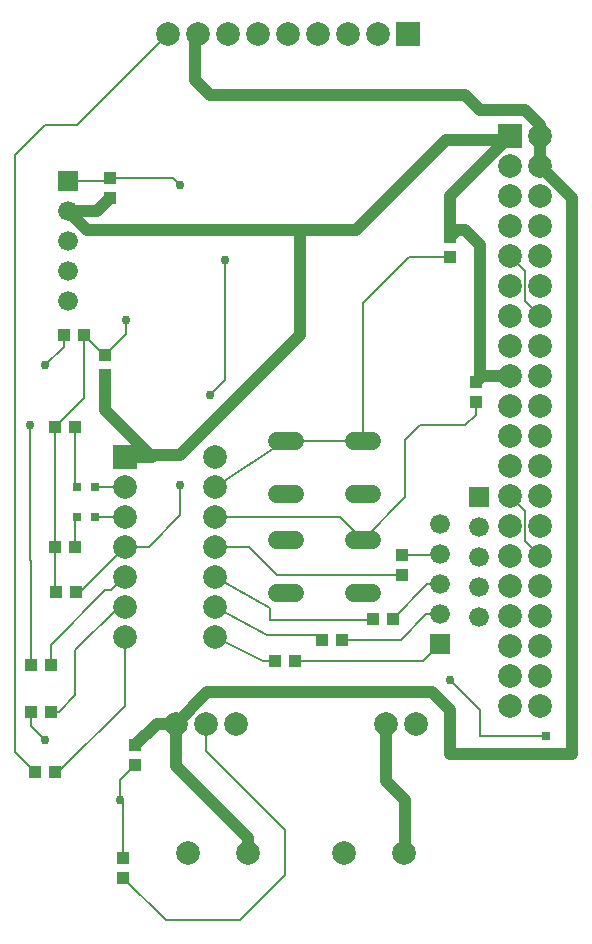
<source format=gbr>
G04 EAGLE Gerber RS-274X export*
G75*
%MOMM*%
%FSLAX34Y34*%
%LPD*%
%INTop Copper*%
%IPPOS*%
%AMOC8*
5,1,8,0,0,1.08239X$1,22.5*%
G01*
%ADD10R,1.100000X1.000000*%
%ADD11C,2.000000*%
%ADD12R,0.800000X0.800000*%
%ADD13R,1.000000X1.100000*%
%ADD14C,1.524000*%
%ADD15R,1.676400X1.676400*%
%ADD16C,1.676400*%
%ADD17R,2.000000X2.000000*%
%ADD18C,0.200000*%
%ADD19C,0.756400*%
%ADD20C,1.000000*%
%ADD21C,0.152400*%


D10*
X104140Y65650D03*
X104140Y48650D03*
D11*
X290619Y70100D03*
X341419Y70100D03*
X158521Y70100D03*
X209321Y70100D03*
X351790Y179070D03*
X326390Y179070D03*
X199390Y179070D03*
X173990Y179070D03*
X148590Y179070D03*
D12*
X462280Y168790D03*
X462280Y153790D03*
D13*
X70730Y508000D03*
X53730Y508000D03*
X88900Y491100D03*
X88900Y474100D03*
D10*
X47380Y290830D03*
X64380Y290830D03*
D12*
X64890Y354330D03*
X79890Y354330D03*
D14*
X299212Y289814D02*
X314452Y289814D01*
X314452Y335026D02*
X299212Y335026D01*
X249428Y289814D02*
X234188Y289814D01*
X234188Y335026D02*
X249428Y335026D01*
D13*
X63110Y328930D03*
X46110Y328930D03*
D15*
X57150Y638810D03*
D16*
X57150Y613410D03*
X57150Y588010D03*
X57150Y562610D03*
X57150Y537210D03*
D15*
X372110Y246380D03*
D16*
X372110Y271780D03*
X372110Y297180D03*
X372110Y322580D03*
X372110Y347980D03*
D12*
X64890Y379730D03*
X79890Y379730D03*
D13*
X63110Y430530D03*
X46110Y430530D03*
D15*
X405130Y370840D03*
D16*
X405130Y345440D03*
X405130Y320040D03*
X405130Y294640D03*
X405130Y269240D03*
D17*
X431800Y676910D03*
D11*
X457200Y676910D03*
X431800Y651510D03*
X457200Y651510D03*
X431800Y626110D03*
X457200Y626110D03*
X431800Y600710D03*
X457200Y600710D03*
X431800Y575310D03*
X457200Y575310D03*
X431800Y549910D03*
X457200Y549910D03*
X431800Y524510D03*
X457200Y524510D03*
X431800Y499110D03*
X457200Y499110D03*
X431800Y473710D03*
X457200Y473710D03*
X431800Y448310D03*
X457200Y448310D03*
X431800Y422910D03*
X457200Y422910D03*
X431800Y397510D03*
X457200Y397510D03*
X431800Y372110D03*
X457200Y372110D03*
X431800Y346710D03*
X457200Y346710D03*
X431800Y321310D03*
X457200Y321310D03*
X431800Y295910D03*
X457200Y295910D03*
X431800Y270510D03*
X457200Y270510D03*
X431800Y245110D03*
X457200Y245110D03*
X431800Y219710D03*
X457200Y219710D03*
X431800Y194310D03*
X457200Y194310D03*
X320040Y763270D03*
X294640Y763270D03*
X269240Y763270D03*
X243840Y763270D03*
X218440Y763270D03*
X193040Y763270D03*
X167640Y763270D03*
X142240Y763270D03*
D17*
X345440Y763270D03*
D11*
X105410Y252730D03*
X105410Y278130D03*
X105410Y303530D03*
X105410Y328930D03*
X105410Y354330D03*
X105410Y379730D03*
D17*
X105410Y405130D03*
D11*
X181610Y252730D03*
X181610Y278130D03*
X181610Y303530D03*
X181610Y328930D03*
X181610Y354330D03*
X181610Y379730D03*
X181610Y405130D03*
D13*
X114300Y143900D03*
X114300Y160900D03*
X232800Y232410D03*
X249800Y232410D03*
X272170Y250190D03*
X289170Y250190D03*
X315350Y267970D03*
X332350Y267970D03*
D10*
X340360Y305190D03*
X340360Y322190D03*
D13*
X42790Y189230D03*
X25790Y189230D03*
X29600Y138430D03*
X46600Y138430D03*
X25790Y228600D03*
X42790Y228600D03*
D10*
X402590Y451240D03*
X402590Y468240D03*
X92710Y623960D03*
X92710Y640960D03*
D14*
X299212Y373634D02*
X314452Y373634D01*
X314452Y418846D02*
X299212Y418846D01*
X249428Y373634D02*
X234188Y373634D01*
X234188Y418846D02*
X249428Y418846D01*
D10*
X381000Y574430D03*
X381000Y591430D03*
D18*
X70730Y455150D02*
X46110Y430530D01*
X46110Y328930D01*
X70730Y508000D02*
X71120Y508390D01*
D19*
X106680Y520700D03*
D18*
X88900Y491100D02*
X87630Y491100D01*
X70730Y508000D01*
X70730Y455150D01*
X101600Y114300D02*
X104140Y111760D01*
X104140Y65650D01*
D19*
X101600Y114300D03*
D18*
X101600Y131200D02*
X114300Y143900D01*
X101600Y131200D02*
X101600Y114300D01*
X457200Y524510D02*
X444500Y537210D01*
X444500Y562610D02*
X431800Y575310D01*
X444500Y562610D02*
X444500Y537210D01*
X46110Y328930D02*
X46110Y292100D01*
X47380Y290830D01*
X106680Y508880D02*
X106680Y520700D01*
X106680Y508880D02*
X88900Y491100D01*
X431800Y372110D02*
X444500Y359410D01*
X444500Y334010D02*
X457200Y321310D01*
X444500Y334010D02*
X444500Y359410D01*
D20*
X326390Y179070D02*
X326390Y130810D01*
X342900Y114300D01*
X342900Y71581D01*
X341419Y70100D01*
X148590Y143510D02*
X148590Y179070D01*
X209321Y82779D02*
X209321Y70100D01*
X209321Y82779D02*
X148590Y143510D01*
X148590Y179070D02*
X175260Y205740D01*
X457200Y651510D02*
X457200Y676910D01*
X457200Y651510D02*
X484040Y624670D01*
X148590Y179070D02*
X132470Y179070D01*
X114300Y160900D01*
X462280Y153790D02*
X484040Y153790D01*
X484040Y624670D01*
X365760Y205740D02*
X175260Y205740D01*
X365760Y205740D02*
X381000Y190500D01*
X381000Y153790D01*
X462280Y153790D01*
X165100Y760730D02*
X167640Y763270D01*
X165100Y760730D02*
X165100Y723900D01*
X177800Y711200D01*
X393700Y711200D02*
X406400Y698500D01*
X444500Y698500D01*
X457200Y685800D01*
X457200Y676910D01*
X393700Y711200D02*
X177800Y711200D01*
D18*
X173990Y179070D02*
X173990Y156210D01*
X104140Y48650D02*
X140090Y12700D01*
X241300Y88900D02*
X173990Y156210D01*
X241300Y88900D02*
X241300Y50800D01*
X203200Y12700D01*
X140090Y12700D01*
D19*
X38100Y482600D03*
D18*
X53730Y498230D02*
X53730Y508000D01*
X53730Y498230D02*
X38100Y482600D01*
D19*
X381000Y215900D03*
D18*
X406400Y190500D02*
X406400Y168790D01*
X406400Y190500D02*
X381000Y215900D01*
X406400Y168790D02*
X462280Y168790D01*
D20*
X300990Y596900D02*
X254000Y596900D01*
X300990Y596900D02*
X377190Y673100D01*
X427990Y673100D02*
X431800Y676910D01*
X427990Y673100D02*
X377190Y673100D01*
X254000Y596900D02*
X254000Y508000D01*
X82160Y613410D02*
X57150Y613410D01*
X82160Y613410D02*
X92710Y623960D01*
X73660Y596900D02*
X57150Y613410D01*
X73660Y596900D02*
X254000Y596900D01*
X402590Y468240D02*
X408060Y473710D01*
X431800Y473710D01*
X381000Y626110D02*
X431800Y676910D01*
X381000Y626110D02*
X381000Y591430D01*
X386470Y596900D01*
X393700Y596900D01*
X406400Y584200D01*
X406400Y475370D02*
X408060Y473710D01*
X406400Y475370D02*
X406400Y584200D01*
X88900Y474100D02*
X88900Y444500D01*
X128270Y405130D01*
X105410Y405130D01*
X106680Y406400D01*
X152400Y406400D01*
X254000Y508000D01*
D18*
X25790Y317110D02*
X25790Y228600D01*
X25790Y317110D02*
X25400Y317500D01*
X25400Y431800D01*
D19*
X25400Y431800D03*
D18*
X105410Y328930D02*
X67310Y290830D01*
X64380Y290830D01*
X57150Y638810D02*
X90560Y638810D01*
X92710Y640960D01*
X105410Y328930D02*
X125730Y328930D01*
X152400Y635000D02*
X146094Y641306D01*
D19*
X152400Y635000D03*
D18*
X93056Y641306D02*
X92710Y640960D01*
X93056Y641306D02*
X146094Y641306D01*
X152400Y355600D02*
X125730Y328930D01*
X152400Y355600D02*
X152400Y381000D01*
D19*
X152400Y381000D03*
X177800Y457200D03*
D21*
X190500Y469900D01*
X190500Y571500D01*
D19*
X190500Y571500D03*
D18*
X241808Y418846D02*
X306832Y418846D01*
X241046Y418846D02*
X181610Y379730D01*
X241046Y418846D02*
X241808Y418846D01*
X306832Y418846D02*
X306832Y535432D01*
X345830Y574430D02*
X381000Y574430D01*
X345830Y574430D02*
X306832Y535432D01*
X287528Y354330D02*
X181610Y354330D01*
X306832Y335026D02*
X309626Y335026D01*
X402590Y440690D02*
X402590Y451240D01*
X287528Y354330D02*
X306832Y335026D01*
X342900Y371094D01*
X342900Y419100D01*
X355600Y431800D01*
X393700Y431800D01*
X402590Y440690D01*
X105410Y303530D02*
X93980Y292100D01*
X88900Y292100D01*
X42790Y245990D01*
X42790Y228600D01*
X25790Y189230D02*
X25790Y177410D01*
X38100Y165100D01*
D19*
X38100Y165100D03*
D18*
X100330Y278130D02*
X105410Y278130D01*
X63500Y241300D02*
X63500Y203200D01*
X49530Y189230D01*
X42790Y189230D01*
X63500Y241300D02*
X100330Y278130D01*
X105410Y379730D02*
X79890Y379730D01*
X63110Y352550D02*
X63110Y328930D01*
X63110Y352550D02*
X64890Y354330D01*
X79890Y354330D02*
X105410Y354330D01*
X47870Y139700D02*
X46600Y138430D01*
X47870Y139700D02*
X50800Y139700D01*
X105410Y194310D01*
X105410Y252730D01*
X181610Y252730D02*
X222250Y232410D01*
X232800Y232410D01*
X226060Y254000D02*
X181610Y278130D01*
X268360Y254000D02*
X272170Y250190D01*
X268360Y254000D02*
X226060Y254000D01*
X228600Y276860D02*
X181610Y303530D01*
X228600Y276860D02*
X228600Y266700D01*
X314080Y266700D01*
X315350Y267970D01*
X210820Y328930D02*
X181610Y328930D01*
X234560Y305190D02*
X340360Y305190D01*
X234560Y305190D02*
X210820Y328930D01*
X63110Y381510D02*
X63110Y430530D01*
X63110Y381510D02*
X64890Y379730D01*
X249800Y232410D02*
X358140Y232410D01*
X372110Y246380D01*
X339090Y250190D02*
X289170Y250190D01*
X360680Y271780D02*
X372110Y271780D01*
X360680Y271780D02*
X339090Y250190D01*
X332350Y267970D02*
X361560Y297180D01*
X372110Y297180D01*
X371720Y322190D02*
X340360Y322190D01*
X371720Y322190D02*
X372110Y322580D01*
X29600Y138430D02*
X12700Y155330D01*
X12700Y660400D01*
X64770Y685800D02*
X142240Y763270D01*
X38100Y685800D02*
X12700Y660400D01*
X38100Y685800D02*
X64770Y685800D01*
M02*

</source>
